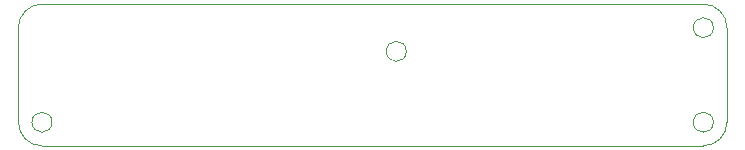
<source format=gbr>
G04 #@! TF.FileFunction,Profile,NP*
%FSLAX46Y46*%
G04 Gerber Fmt 4.6, Leading zero omitted, Abs format (unit mm)*
G04 Created by KiCad (PCBNEW 4.0.7) date 04/19/18 23:02:37*
%MOMM*%
%LPD*%
G01*
G04 APERTURE LIST*
%ADD10C,0.100000*%
G04 APERTURE END LIST*
D10*
X175100000Y-99180000D02*
G75*
G03X175100000Y-99180000I-850000J0D01*
G01*
X175100000Y-107180000D02*
G75*
G03X175100000Y-107180000I-850000J0D01*
G01*
X149100000Y-101180000D02*
G75*
G03X149100000Y-101180000I-850000J0D01*
G01*
X119100000Y-107180000D02*
G75*
G03X119100000Y-107180000I-850000J0D01*
G01*
X174250000Y-97180000D02*
G75*
G02X176250000Y-99180000I0J-2000000D01*
G01*
X176250000Y-99180000D02*
X176250000Y-107180000D01*
X176250000Y-107180000D02*
G75*
G02X174250000Y-109180000I-2000000J0D01*
G01*
X174250000Y-109180000D02*
X118250000Y-109180000D01*
X118250000Y-109180000D02*
G75*
G02X116250000Y-107180000I0J2000000D01*
G01*
X116250000Y-107180000D02*
X116250000Y-99180000D01*
X116250000Y-99180000D02*
G75*
G02X118250000Y-97180000I2000000J0D01*
G01*
X118250000Y-97180000D02*
X174250000Y-97180000D01*
M02*

</source>
